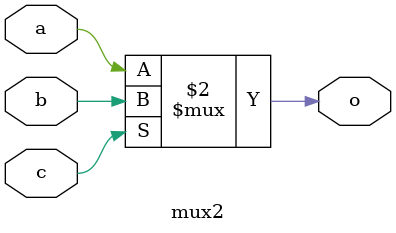
<source format=v>
module mux2 (input wire a, b, c, output wire o);
  assign o = (c==0)?a:b;
endmodule

</source>
